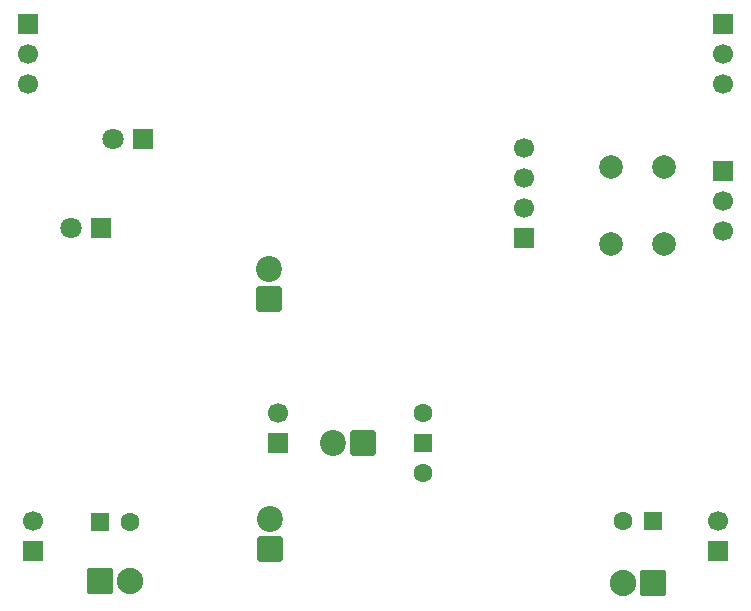
<source format=gbr>
%TF.GenerationSoftware,KiCad,Pcbnew,9.0.4*%
%TF.CreationDate,2025-09-17T16:18:14+09:00*%
%TF.ProjectId,ltr,6c74722e-6b69-4636-9164-5f7063625858,rev?*%
%TF.SameCoordinates,Original*%
%TF.FileFunction,Soldermask,Bot*%
%TF.FilePolarity,Negative*%
%FSLAX46Y46*%
G04 Gerber Fmt 4.6, Leading zero omitted, Abs format (unit mm)*
G04 Created by KiCad (PCBNEW 9.0.4) date 2025-09-17 16:18:14*
%MOMM*%
%LPD*%
G01*
G04 APERTURE LIST*
G04 Aperture macros list*
%AMRoundRect*
0 Rectangle with rounded corners*
0 $1 Rounding radius*
0 $2 $3 $4 $5 $6 $7 $8 $9 X,Y pos of 4 corners*
0 Add a 4 corners polygon primitive as box body*
4,1,4,$2,$3,$4,$5,$6,$7,$8,$9,$2,$3,0*
0 Add four circle primitives for the rounded corners*
1,1,$1+$1,$2,$3*
1,1,$1+$1,$4,$5*
1,1,$1+$1,$6,$7*
1,1,$1+$1,$8,$9*
0 Add four rect primitives between the rounded corners*
20,1,$1+$1,$2,$3,$4,$5,0*
20,1,$1+$1,$4,$5,$6,$7,0*
20,1,$1+$1,$6,$7,$8,$9,0*
20,1,$1+$1,$8,$9,$2,$3,0*%
G04 Aperture macros list end*
%ADD10RoundRect,0.249999X0.850001X-0.850001X0.850001X0.850001X-0.850001X0.850001X-0.850001X-0.850001X0*%
%ADD11C,2.200000*%
%ADD12R,1.700000X1.700000*%
%ADD13C,1.700000*%
%ADD14R,1.800000X1.800000*%
%ADD15C,1.800000*%
%ADD16RoundRect,0.250000X-0.870000X-0.870000X0.870000X-0.870000X0.870000X0.870000X-0.870000X0.870000X0*%
%ADD17C,2.240000*%
%ADD18R,1.500000X1.500000*%
%ADD19C,1.600000*%
%ADD20RoundRect,0.249999X0.850001X0.850001X-0.850001X0.850001X-0.850001X-0.850001X0.850001X-0.850001X0*%
%ADD21RoundRect,0.250000X0.550000X0.550000X-0.550000X0.550000X-0.550000X-0.550000X0.550000X-0.550000X0*%
%ADD22RoundRect,0.250000X0.870000X0.870000X-0.870000X0.870000X-0.870000X-0.870000X0.870000X-0.870000X0*%
%ADD23RoundRect,0.250000X-0.550000X-0.550000X0.550000X-0.550000X0.550000X0.550000X-0.550000X0.550000X0*%
%ADD24C,2.000000*%
G04 APERTURE END LIST*
D10*
%TO.C,D7*%
X23100000Y-47990000D03*
D11*
X23100000Y-45450000D03*
%TD*%
D12*
%TO.C,J3*%
X3000000Y-48140000D03*
D13*
X3000000Y-45600000D03*
%TD*%
D14*
%TO.C,Q3*%
X8770000Y-20755000D03*
D15*
X6230000Y-20755000D03*
%TD*%
D12*
%TO.C,J1*%
X2575000Y-3525000D03*
D13*
X2575000Y-6065000D03*
X2575000Y-8605000D03*
%TD*%
D12*
%TO.C,J4*%
X61000000Y-48090000D03*
D13*
X61000000Y-45550000D03*
%TD*%
D16*
%TO.C,D1*%
X8660000Y-50700000D03*
D17*
X11200000Y-50700000D03*
%TD*%
D18*
%TO.C,SW1*%
X36000000Y-39000000D03*
D19*
X36000000Y-36460000D03*
X36000000Y-41540000D03*
%TD*%
D12*
%TO.C,J11*%
X61450000Y-15975000D03*
D13*
X61450000Y-18515000D03*
X61450000Y-21055000D03*
%TD*%
D20*
%TO.C,D5*%
X30930000Y-39000000D03*
D11*
X28390000Y-39000000D03*
%TD*%
D21*
%TO.C,D4*%
X55500000Y-45600000D03*
D19*
X52960000Y-45600000D03*
%TD*%
D22*
%TO.C,D3*%
X55490000Y-50850000D03*
D17*
X52950000Y-50850000D03*
%TD*%
D23*
%TO.C,D2*%
X8650000Y-45650000D03*
D19*
X11190000Y-45650000D03*
%TD*%
D14*
%TO.C,D8*%
X12275000Y-13205000D03*
D15*
X9735000Y-13205000D03*
%TD*%
D24*
%TO.C,SW2*%
X51950000Y-22150000D03*
X51950000Y-15650000D03*
X56450000Y-22150000D03*
X56450000Y-15650000D03*
%TD*%
D12*
%TO.C,J5*%
X23750000Y-38975000D03*
D13*
X23750000Y-36435000D03*
%TD*%
D10*
%TO.C,D6*%
X23025000Y-26765000D03*
D11*
X23025000Y-24225000D03*
%TD*%
D12*
%TO.C,J6*%
X44600000Y-21660000D03*
D13*
X44600000Y-19120000D03*
X44600000Y-16580000D03*
X44600000Y-14040000D03*
%TD*%
D12*
%TO.C,J2*%
X61425000Y-3525000D03*
D13*
X61425000Y-6065000D03*
X61425000Y-8605000D03*
%TD*%
M02*

</source>
